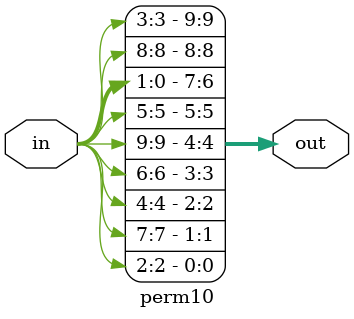
<source format=sv>
module perm10(
    input  wire [9:0] in,
    output wire [9:0] out
);
    assign out = {
        in[3], in[8], in[1], in[0], in[5],
        in[9], in[6], in[4], in[7], in[2]
    };
endmodule

</source>
